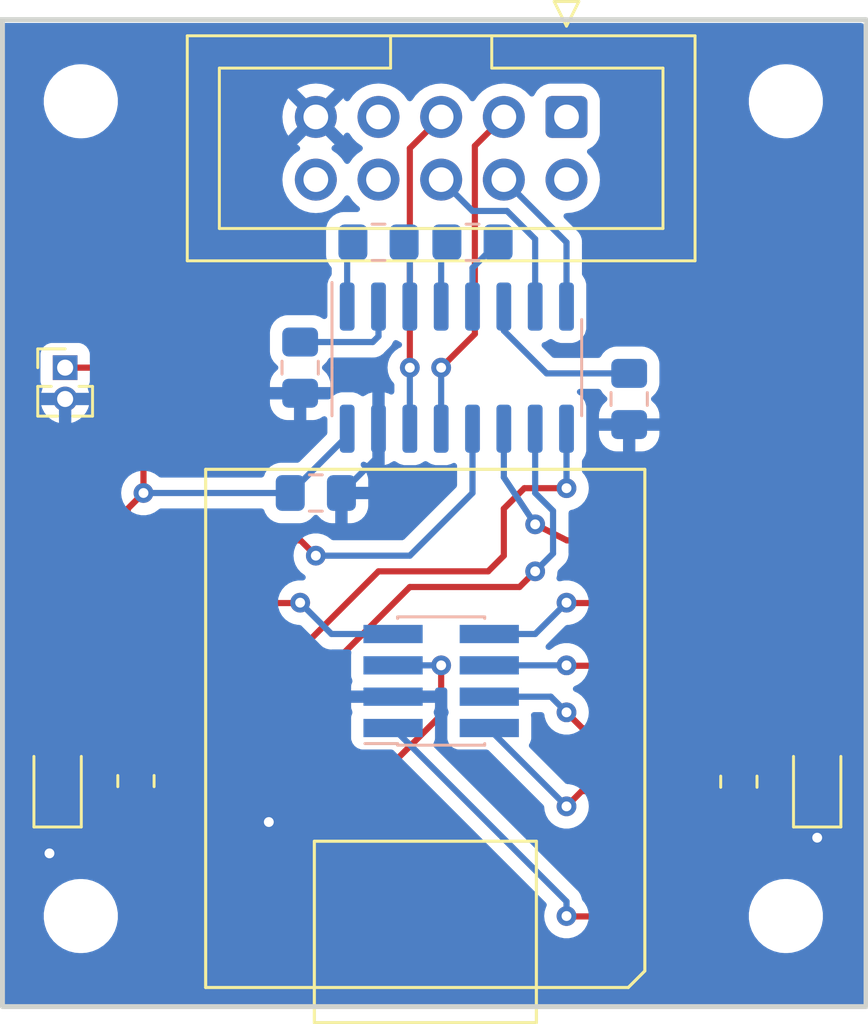
<source format=kicad_pcb>
(kicad_pcb (version 20221018) (generator pcbnew)
  (layers (0 "F.Cu" signal) (31 "B.Cu" signal) (34 "B.Paste" user) (35 "F.Paste" user) (36 "B.SilkS" user "B.Silkscreen") (37 "F.SilkS" user "F.Silkscreen") (38 "B.Mask" user) (39 "F.Mask" user) (44 "Edge.Cuts" user))
  (net 0 "")
  (net 1 "Net-(U2-C1+)")
  (net 2 "Net-(U2-C1-)")
  (net 3 "Net-(U2-C2+)")
  (net 4 "Net-(U2-C2-)")
  (net 5 "Net-(U2-VS+)")
  (net 6 "GND")
  (net 7 "Net-(U2-VS-)")
  (net 8 "+5V")
  (net 9 "Net-(D1-A)")
  (net 10 "Net-(D2-A)")
  (net 13 "RS232_RX_IN")
  (net 14 "RS232_RTS_OUT")
  (net 15 "RS232_TX_OUT")
  (net 16 "RS232_CTS_OUT")
  (net 20 "PA10")
  (net 21 "PA11")
  (net 22 "PA8")
  (net 23 "PA9")
  (net 24 "+3V3")
  (net 25 "PA7")
  (net 26 "PA2")
  (net 27 "Net-(U1-PA4_A1_D1)")
  (net 28 "SERIAL_TX")
  (net 29 "SERIAL_RX")
  (net 30 "SERIAL_RTS")
  (net 31 "SERIAL_CTS")
  (footprint "MountingHole:MountingHole_2.5mm" (layer "F.Cu") (at 158.75 100.33)
    (fp_text reference "H3" hide)
    (fp_text value "MountingHole" hide)
    (pad "" np_thru_hole circle (at 0 0) (size 2.5 2.5) (drill 2.5) (layers "*.Cu" "*.Mask"))
  )
  (footprint "Resistor_SMD:R_0805_2012Metric_Pad1.20x1.40mm_HandSolder" (layer "F.Cu") (at 132.41 94.86 90)
    (fp_text reference "R1" hide)
    (fp_text value "1k" hide)
    (fp_line (start -0.227064 -0.735) (end 0.227064 -0.735) (stroke (width 0.12)) (layer "F.SilkS"))
    (fp_line (start -0.227064 0.735) (end 0.227064 0.735) (stroke (width 0.12)) (layer "F.SilkS"))
    (pad "1" smd roundrect (at -1 0 90) (size 1.2 1.4) (layers "F.Cu" "F.Paste" "F.Mask") (roundrect_rratio 0.208333) (net 8 "+5V"))
    (pad "2" smd roundrect (at 1 0 90) (size 1.2 1.4) (layers "F.Cu" "F.Paste" "F.Mask") (roundrect_rratio 0.208333) (net 9 "Net-(D1-A)"))
  )
  (footprint "LED_SMD:LED_0805_2012Metric_Pad1.15x1.40mm_HandSolder" (layer "F.Cu") (at 129.235 94.86 90)
    (fp_text reference "D1" hide)
    (fp_text value "LED" hide)
    (fp_line (start -1.86 -0.96) (end -1.86 0.96) (stroke (width 0.12)) (layer "F.SilkS"))
    (fp_line (start -1.86 0.96) (end 1 0.96) (stroke (width 0.12)) (layer "F.SilkS"))
    (fp_line (start 1 -0.96) (end -1.86 -0.96) (stroke (width 0.12)) (layer "F.SilkS"))
    (pad "1" smd roundrect (at -1.025 0 90) (size 1.15 1.4) (layers "F.Cu" "F.Paste" "F.Mask") (roundrect_rratio 0.217391) (net 6 "GND"))
    (pad "2" smd roundrect (at 1.025 0 90) (size 1.15 1.4) (layers "F.Cu" "F.Paste" "F.Mask") (roundrect_rratio 0.217391) (net 9 "Net-(D1-A)"))
  )
  (footprint "LED_SMD:LED_0805_2012Metric_Pad1.15x1.40mm_HandSolder" (layer "F.Cu") (at 160.02 94.86 90)
    (fp_text reference "D2" hide)
    (fp_text value "LED" hide)
    (fp_line (start -1.86 -0.96) (end -1.86 0.96) (stroke (width 0.12)) (layer "F.SilkS"))
    (fp_line (start -1.86 0.96) (end 1 0.96) (stroke (width 0.12)) (layer "F.SilkS"))
    (fp_line (start 1 -0.96) (end -1.86 -0.96) (stroke (width 0.12)) (layer "F.SilkS"))
    (pad "1" smd roundrect (at -1.025 0 90) (size 1.15 1.4) (layers "F.Cu" "F.Paste" "F.Mask") (roundrect_rratio 0.217391) (net 6 "GND"))
    (pad "2" smd roundrect (at 1.025 0 90) (size 1.15 1.4) (layers "F.Cu" "F.Paste" "F.Mask") (roundrect_rratio 0.217391) (net 10 "Net-(D2-A)"))
  )
  (footprint "xiao ESP32C3_PCB:MOUDLE14P-SMD-2.54-21X17.8MM" (layer "F.Cu") (at 153.035 82.22575 180)
    (fp_text reference "U1" hide)
    (fp_text value "MOUDLE-SEEEDUINO-XIAO-ESP32C3" hide)
    (fp_line (start 0 -20.3285) (end 0 0) (stroke (width 0.127)) (layer "F.SilkS"))
    (fp_line (start 0 0) (end 17.8 0) (stroke (width 0.127)) (layer "F.SilkS"))
    (fp_line (start 0.671541 -21) (end 0 -20.3285) (stroke (width 0.127)) (layer "F.SilkS"))
    (fp_line (start 4.396 -15.072) (end 4.396 -22.425) (stroke (width 0.127)) (layer "F.SilkS"))
    (fp_line (start 4.4 -22.424) (end 13.395 -22.424) (stroke (width 0.127)) (layer "F.SilkS"))
    (fp_line (start 13.395 -22.424) (end 13.395 -15.072) (stroke (width 0.127)) (layer "F.SilkS"))
    (fp_line (start 13.395 -15.072) (end 4.396 -15.072) (stroke (width 0.127)) (layer "F.SilkS"))
    (fp_line (start 17.8 -21) (end 0.671541 -21) (stroke (width 0.127)) (layer "F.SilkS"))
    (fp_line (start 17.8 0) (end 17.8 -21) (stroke (width 0.127)) (layer "F.SilkS"))
    (pad "1" smd roundrect (at 0.835 -18.12 180) (size 2.75 2) (layers "F.Cu" "F.Paste" "F.Mask") (roundrect_rratio 0.5) (net 26 "PA2"))
    (pad "2" smd roundrect (at 0.835 -15.58 180) (size 2.75 2) (layers "F.Cu" "F.Paste" "F.Mask") (roundrect_rratio 0.5) (net 27 "Net-(U1-PA4_A1_D1)"))
    (pad "3" smd roundrect (at 0.835 -13.04 180) (size 2.75 2) (layers "F.Cu" "F.Paste" "F.Mask") (roundrect_rratio 0.5) (net 20 "PA10"))
    (pad "4" smd roundrect (at 0.835 -10.5 180) (size 2.75 2) (layers "F.Cu" "F.Paste" "F.Mask") (roundrect_rratio 0.5) (net 21 "PA11"))
    (pad "5" smd roundrect (at 0.835 -7.96 180) (size 2.75 2) (layers "F.Cu" "F.Paste" "F.Mask") (roundrect_rratio 0.5) (net 22 "PA8"))
    (pad "6" smd roundrect (at 0.835 -5.42 180) (size 2.75 2) (layers "F.Cu" "F.Paste" "F.Mask") (roundrect_rratio 0.5) (net 23 "PA9"))
    (pad "7" smd roundrect (at 0.835 -2.88 180) (size 2.75 2) (layers "F.Cu" "F.Paste" "F.Mask") (roundrect_rratio 0.5) (net 28 "SERIAL_TX"))
    (pad "8" smd roundrect (at 17 -2.88 180) (size 2.75 2) (layers "F.Cu" "F.Paste" "F.Mask") (roundrect_rratio 0.5) (net 29 "SERIAL_RX"))
    (pad "9" smd roundrect (at 17 -5.42 180) (size 2.75 2) (layers "F.Cu" "F.Paste" "F.Mask") (roundrect_rratio 0.5) (net 25 "PA7"))
    (pad "10" smd roundrect (at 17 -7.96 180) (size 2.75 2) (layers "F.Cu" "F.Paste" "F.Mask") (roundrect_rratio 0.5) (net 30 "SERIAL_RTS"))
    (pad "11" smd roundrect (at 17 -10.5 180) (size 2.75 2) (layers "F.Cu" "F.Paste" "F.Mask") (roundrect_rratio 0.5) (net 31 "SERIAL_CTS"))
    (pad "12" smd roundrect (at 17 -13.04 180) (size 2.75 2) (layers "F.Cu" "F.Paste" "F.Mask") (roundrect_rratio 0.5) (net 24 "+3V3"))
    (pad "13" smd roundrect (at 17 -15.58 180) (size 2.75 2) (layers "F.Cu" "F.Paste" "F.Mask") (roundrect_rratio 0.5) (net 6 "GND"))
    (pad "14" smd roundrect (at 17 -18.12 180) (size 2.75 2) (layers "F.Cu" "F.Paste" "F.Mask") (roundrect_rratio 0.5) (net 8 "+5V"))
  )
  (footprint "MountingHole:MountingHole_2.5mm" (layer "F.Cu") (at 130.175 100.33)
    (fp_text reference "H4" hide)
    (fp_text value "MountingHole" hide)
    (pad "" np_thru_hole circle (at 0 0) (size 2.5 2.5) (drill 2.5) (layers "*.Cu" "*.Mask"))
  )
  (footprint "Connector_PinHeader_1.27mm:PinHeader_1x02_P1.27mm_Vertical" (layer "F.Cu") (at 129.54 78.105)
    (fp_text reference "J2" hide)
    (fp_text value "External-PWR" hide)
    (fp_line (start -1.11 -0.76) (end 0 -0.76) (stroke (width 0.12)) (layer "F.SilkS"))
    (fp_line (start -1.11 0) (end -1.11 -0.76) (stroke (width 0.12)) (layer "F.SilkS"))
    (fp_line (start -1.11 0.76) (end -1.11 1.965) (stroke (width 0.12)) (layer "F.SilkS"))
    (fp_line (start -1.11 0.76) (end -0.563471 0.76) (stroke (width 0.12)) (layer "F.SilkS"))
    (fp_line (start -1.11 1.965) (end -0.30753 1.965) (stroke (width 0.12)) (layer "F.SilkS"))
    (fp_line (start 0.30753 1.965) (end 1.11 1.965) (stroke (width 0.12)) (layer "F.SilkS"))
    (fp_line (start 0.563471 0.76) (end 1.11 0.76) (stroke (width 0.12)) (layer "F.SilkS"))
    (fp_line (start 1.11 0.76) (end 1.11 1.965) (stroke (width 0.12)) (layer "F.SilkS"))
    (pad "1" thru_hole rect (at 0 0) (size 1 1) (drill 0.65) (layers "*.Cu" "*.Mask") (net 8 "+5V"))
    (pad "2" thru_hole oval (at 0 1.27) (size 1 1) (drill 0.65) (layers "*.Cu" "*.Mask") (net 6 "GND"))
  )
  (footprint "Resistor_SMD:R_0805_2012Metric_Pad1.20x1.40mm_HandSolder" (layer "F.Cu") (at 156.845 94.885 -90)
    (fp_text reference "R2" hide)
    (fp_text value "1k" hide)
    (fp_line (start -0.227064 -0.735) (end 0.227064 -0.735) (stroke (width 0.12)) (layer "F.SilkS"))
    (fp_line (start -0.227064 0.735) (end 0.227064 0.735) (stroke (width 0.12)) (layer "F.SilkS"))
    (pad "1" smd roundrect (at -1 0 270) (size 1.2 1.4) (layers "F.Cu" "F.Paste" "F.Mask") (roundrect_rratio 0.208333) (net 10 "Net-(D2-A)"))
    (pad "2" smd roundrect (at 1 0 270) (size 1.2 1.4) (layers "F.Cu" "F.Paste" "F.Mask") (roundrect_rratio 0.208333) (net 27 "Net-(U1-PA4_A1_D1)"))
  )
  (footprint "MountingHole:MountingHole_2.5mm" (layer "F.Cu") (at 130.175 67.31)
    (fp_text reference "H2" hide)
    (fp_text value "MountingHole" hide)
    (pad "" np_thru_hole circle (at 0 0) (size 2.5 2.5) (drill 2.5) (layers "*.Cu" "*.Mask"))
  )
  (footprint "MountingHole:MountingHole_2.5mm" (layer "F.Cu") (at 158.75 67.31)
    (fp_text reference "H1" hide)
    (fp_text value "MountingHole" hide)
    (pad "" np_thru_hole circle (at 0 0) (size 2.5 2.5) (drill 2.5) (layers "*.Cu" "*.Mask"))
  )
  (footprint "Connector_IDC:IDC-Header_2x05_P2.54mm_Vertical" (layer "F.Cu") (at 149.86 67.945 -90)
    (fp_text reference "J1" hide)
    (fp_text value "RS232-Connector" hide)
    (fp_line (start -4.68 -0.5) (end -4.68 0.5) (stroke (width 0.12)) (layer "F.SilkS"))
    (fp_line (start -4.68 0.5) (end -3.68 0) (stroke (width 0.12)) (layer "F.SilkS"))
    (fp_line (start -3.68 0) (end -4.68 -0.5) (stroke (width 0.12)) (layer "F.SilkS"))
    (fp_line (start -3.29 -5.21) (end 5.83 -5.21) (stroke (width 0.12)) (layer "F.SilkS"))
    (fp_line (start -3.29 3.03) (end -1.98 3.03) (stroke (width 0.12)) (layer "F.SilkS"))
    (fp_line (start -3.29 15.37) (end -3.29 -5.21) (stroke (width 0.12)) (layer "F.SilkS"))
    (fp_line (start -1.98 -3.91) (end 4.52 -3.91) (stroke (width 0.12)) (layer "F.SilkS"))
    (fp_line (start -1.98 3.03) (end -1.98 -3.91) (stroke (width 0.12)) (layer "F.SilkS"))
    (fp_line (start -1.98 7.13) (end -3.29 7.13) (stroke (width 0.12)) (layer "F.SilkS"))
    (fp_line (start -1.98 7.13) (end -1.98 7.13) (stroke (width 0.12)) (layer "F.SilkS"))
    (fp_line (start -1.98 14.07) (end -1.98 7.13) (stroke (width 0.12)) (layer "F.SilkS"))
    (fp_line (start 4.52 -3.91) (end 4.52 14.07) (stroke (width 0.12)) (layer "F.SilkS"))
    (fp_line (start 4.52 14.07) (end -1.98 14.07) (stroke (width 0.12)) (layer "F.SilkS"))
    (fp_line (start 5.83 -5.21) (end 5.83 15.37) (stroke (width 0.12)) (layer "F.SilkS"))
    (fp_line (start 5.83 15.37) (end -3.29 15.37) (stroke (width 0.12)) (layer "F.SilkS"))
    (pad "1" thru_hole roundrect (at 0 0 270) (size 1.7 1.7) (drill 1) (layers "*.Cu" "*.Mask") (roundrect_rratio 0.147059))
    (pad "2" thru_hole circle (at 2.54 0 270) (size 1.7 1.7) (drill 1) (layers "*.Cu" "*.Mask"))
    (pad "3" thru_hole circle (at 0 2.54 270) (size 1.7 1.7) (drill 1) (layers "*.Cu" "*.Mask") (net 13 "RS232_RX_IN"))
    (pad "4" thru_hole circle (at 2.54 2.54 270) (size 1.7 1.7) (drill 1) (layers "*.Cu" "*.Mask") (net 14 "RS232_RTS_OUT"))
    (pad "5" thru_hole circle (at 0 5.08 270) (size 1.7 1.7) (drill 1) (layers "*.Cu" "*.Mask") (net 15 "RS232_TX_OUT"))
    (pad "6" thru_hole circle (at 2.54 5.08 270) (size 1.7 1.7) (drill 1) (layers "*.Cu" "*.Mask") (net 16 "RS232_CTS_OUT"))
    (pad "7" thru_hole circle (at 0 7.62 270) (size 1.7 1.7) (drill 1) (layers "*.Cu" "*.Mask"))
    (pad "8" thru_hole circle (at 2.54 7.62 270) (size 1.7 1.7) (drill 1) (layers "*.Cu" "*.Mask"))
    (pad "9" thru_hole circle (at 0 10.16 270) (size 1.7 1.7) (drill 1) (layers "*.Cu" "*.Mask") (net 6 "GND"))
    (pad "10" thru_hole circle (at 2.54 10.16 270) (size 1.7 1.7) (drill 1) (layers "*.Cu" "*.Mask"))
  )
  (footprint "Connector_PinHeader_1.27mm:PinHeader_2x04_P1.27mm_Vertical_SMD" (layer "B.Cu") (at 144.78 90.805)
    (fp_text reference "J3" hide)
    (fp_text value "Spare IO" hide)
    (fp_line (start -3.09 2.535) (end -1.765 2.535) (stroke (width 0.12)) (layer "B.SilkS"))
    (fp_line (start -1.765 -2.6) (end 1.765 -2.6) (stroke (width 0.12)) (layer "B.SilkS"))
    (fp_line (start -1.765 -2.535) (end -1.765 -2.6) (stroke (width 0.12)) (layer "B.SilkS"))
    (fp_line (start -1.765 2.6) (end -1.765 2.535) (stroke (width 0.12)) (layer "B.SilkS"))
    (fp_line (start -1.765 2.6) (end 1.765 2.6) (stroke (width 0.12)) (layer "B.SilkS"))
    (fp_line (start 1.765 -2.535) (end 1.765 -2.6) (stroke (width 0.12)) (layer "B.SilkS"))
    (fp_line (start 1.765 2.6) (end 1.765 2.535) (stroke (width 0.12)) (layer "B.SilkS"))
    (pad "1" smd rect (at -1.95 1.905) (size 2.4 0.74) (layers "B.Cu" "B.Paste" "B.Mask") (net 26 "PA2"))
    (pad "2" smd rect (at 1.95 1.905) (size 2.4 0.74) (layers "B.Cu" "B.Paste" "B.Mask") (net 20 "PA10"))
    (pad "3" smd rect (at -1.95 0.635) (size 2.4 0.74) (layers "B.Cu" "B.Paste" "B.Mask") (net 6 "GND"))
    (pad "4" smd rect (at 1.95 0.635) (size 2.4 0.74) (layers "B.Cu" "B.Paste" "B.Mask") (net 21 "PA11"))
    (pad "5" smd rect (at -1.95 -0.635) (size 2.4 0.74) (layers "B.Cu" "B.Paste" "B.Mask") (net 24 "+3V3"))
    (pad "6" smd rect (at 1.95 -0.635) (size 2.4 0.74) (layers "B.Cu" "B.Paste" "B.Mask") (net 22 "PA8"))
    (pad "7" smd rect (at -1.95 -1.905) (size 2.4 0.74) (layers "B.Cu" "B.Paste" "B.Mask") (net 25 "PA7"))
    (pad "8" smd rect (at 1.95 -1.905) (size 2.4 0.74) (layers "B.Cu" "B.Paste" "B.Mask") (net 23 "PA9"))
  )
  (footprint "Capacitor_SMD:C_0805_2012Metric_Pad1.18x1.45mm_HandSolder" (layer "B.Cu") (at 139.7 83.185)
    (fp_text reference "C5" hide)
    (fp_text value "0.1uF" hide)
    (fp_line (start -0.261252 -0.735) (end 0.261252 -0.735) (stroke (width 0.12)) (layer "B.SilkS"))
    (fp_line (start -0.261252 0.735) (end 0.261252 0.735) (stroke (width 0.12)) (layer "B.SilkS"))
    (pad "1" smd roundrect (at -1.0375 0) (size 1.175 1.45) (layers "B.Cu" "B.Paste" "B.Mask") (roundrect_rratio 0.212766) (net 8 "+5V"))
    (pad "2" smd roundrect (at 1.0375 0) (size 1.175 1.45) (layers "B.Cu" "B.Paste" "B.Mask") (roundrect_rratio 0.212766) (net 6 "GND"))
  )
  (footprint "Capacitor_SMD:C_0805_2012Metric_Pad1.18x1.45mm_HandSolder" (layer "B.Cu") (at 146.05 73.025)
    (fp_text reference "C2" hide)
    (fp_text value "0.1uF" hide)
    (fp_line (start -0.261252 -0.735) (end 0.261252 -0.735) (stroke (width 0.12)) (layer "B.SilkS"))
    (fp_line (start -0.261252 0.735) (end 0.261252 0.735) (stroke (width 0.12)) (layer "B.SilkS"))
    (pad "1" smd roundrect (at -1.0375 0) (size 1.175 1.45) (layers "B.Cu" "B.Paste" "B.Mask") (roundrect_rratio 0.212766) (net 3 "Net-(U2-C2+)"))
    (pad "2" smd roundrect (at 1.0375 0) (size 1.175 1.45) (layers "B.Cu" "B.Paste" "B.Mask") (roundrect_rratio 0.212766) (net 4 "Net-(U2-C2-)"))
  )
  (footprint "Capacitor_SMD:C_0805_2012Metric_Pad1.18x1.45mm_HandSolder" (layer "B.Cu") (at 152.4 79.375 -90)
    (fp_text reference "C4" hide)
    (fp_text value "0.1uF" hide)
    (fp_line (start -0.261252 -0.735) (end 0.261252 -0.735) (stroke (width 0.12)) (layer "B.SilkS"))
    (fp_line (start -0.261252 0.735) (end 0.261252 0.735) (stroke (width 0.12)) (layer "B.SilkS"))
    (pad "1" smd roundrect (at -1.0375 0 270) (size 1.175 1.45) (layers "B.Cu" "B.Paste" "B.Mask") (roundrect_rratio 0.212766) (net 7 "Net-(U2-VS-)"))
    (pad "2" smd roundrect (at 1.0375 0 270) (size 1.175 1.45) (layers "B.Cu" "B.Paste" "B.Mask") (roundrect_rratio 0.212766) (net 6 "GND"))
  )
  (footprint "Capacitor_SMD:C_0805_2012Metric_Pad1.18x1.45mm_HandSolder" (layer "B.Cu") (at 139.065 78.105 -90)
    (fp_text reference "C3" hide)
    (fp_text value "0.1uF" hide)
    (fp_line (start -0.261252 -0.735) (end 0.261252 -0.735) (stroke (width 0.12)) (layer "B.SilkS"))
    (fp_line (start -0.261252 0.735) (end 0.261252 0.735) (stroke (width 0.12)) (layer "B.SilkS"))
    (pad "1" smd roundrect (at -1.0375 0 270) (size 1.175 1.45) (layers "B.Cu" "B.Paste" "B.Mask") (roundrect_rratio 0.212766) (net 5 "Net-(U2-VS+)"))
    (pad "2" smd roundrect (at 1.0375 0 270) (size 1.175 1.45) (layers "B.Cu" "B.Paste" "B.Mask") (roundrect_rratio 0.212766) (net 6 "GND"))
  )
  (footprint "Package_SO:SOIC-16_3.9x9.9mm_P1.27mm" (layer "B.Cu") (at 145.415 78.105 -90)
    (fp_text reference "U2" hide)
    (fp_text value "MAX3232" hide)
    (fp_line (start 0 -5.06) (end -1.95 -5.06) (stroke (width 0.12)) (layer "B.SilkS"))
    (fp_line (start 0 -5.06) (end 1.95 -5.06) (stroke (width 0.12)) (layer "B.SilkS"))
    (fp_line (start 0 5.06) (end -3.45 5.06) (stroke (width 0.12)) (layer "B.SilkS"))
    (fp_line (start 0 5.06) (end 1.95 5.06) (stroke (width 0.12)) (layer "B.SilkS"))
    (pad "1" smd roundrect (at -2.475 4.445 270) (size 1.95 0.6) (layers "B.Cu" "B.Paste" "B.Mask") (net 1 "Net-(U2-C1+)"))
    (pad "2" smd roundrect (at -2.475 3.175 270) (size 1.95 0.6) (layers "B.Cu" "B.Paste" "B.Mask") (net 5 "Net-(U2-VS+)"))
    (pad "3" smd roundrect (at -2.475 1.905 270) (size 1.95 0.6) (layers "B.Cu" "B.Paste" "B.Mask") (net 2 "Net-(U2-C1-)"))
    (pad "4" smd roundrect (at -2.475 0.635 270) (size 1.95 0.6) (layers "B.Cu" "B.Paste" "B.Mask") (net 3 "Net-(U2-C2+)"))
    (pad "5" smd roundrect (at -2.475 -0.635 270) (size 1.95 0.6) (layers "B.Cu" "B.Paste" "B.Mask") (net 4 "Net-(U2-C2-)"))
    (pad "6" smd roundrect (at -2.475 -1.905 270) (size 1.95 0.6) (layers "B.Cu" "B.Paste" "B.Mask") (net 7 "Net-(U2-VS-)"))
    (pad "7" smd roundrect (at -2.475 -3.175 270) (size 1.95 0.6) (layers "B.Cu" "B.Paste" "B.Mask") (net 16 "RS232_CTS_OUT"))
    (pad "8" smd roundrect (at -2.475 -4.445 270) (size 1.95 0.6) (layers "B.Cu" "B.Paste" "B.Mask") (net 14 "RS232_RTS_OUT"))
    (pad "9" smd roundrect (at 2.475 -4.445 270) (size 1.95 0.6) (layers "B.Cu" "B.Paste" "B.Mask") (net 30 "SERIAL_RTS"))
    (pad "10" smd roundrect (at 2.475 -3.175 270) (size 1.95 0.6) (layers "B.Cu" "B.Paste" "B.Mask") (net 31 "SERIAL_CTS"))
    (pad "11" smd roundrect (at 2.475 -1.905 270) (size 1.95 0.6) (layers "B.Cu" "B.Paste" "B.Mask") (net 28 "SERIAL_TX"))
    (pad "12" smd roundrect (at 2.475 -0.635 270) (size 1.95 0.6) (layers "B.Cu" "B.Paste" "B.Mask") (net 29 "SERIAL_RX"))
    (pad "13" smd roundrect (at 2.475 0.635 270) (size 1.95 0.6) (layers "B.Cu" "B.Paste" "B.Mask") (net 13 "RS232_RX_IN"))
    (pad "14" smd roundrect (at 2.475 1.905 270) (size 1.95 0.6) (layers "B.Cu" "B.Paste" "B.Mask") (net 15 "RS232_TX_OUT"))
    (pad "15" smd roundrect (at 2.475 3.175 270) (size 1.95 0.6) (layers "B.Cu" "B.Paste" "B.Mask") (net 6 "GND"))
    (pad "16" smd roundrect (at 2.475 4.445 270) (size 1.95 0.6) (layers "B.Cu" "B.Paste" "B.Mask") (net 8 "+5V"))
  )
  (footprint "Capacitor_SMD:C_0805_2012Metric_Pad1.18x1.45mm_HandSolder" (layer "B.Cu") (at 142.24 73.025)
    (fp_text reference "C1" hide)
    (fp_text value "0.1uF" hide)
    (fp_line (start -0.261252 -0.735) (end 0.261252 -0.735) (stroke (width 0.12)) (layer "B.SilkS"))
    (fp_line (start -0.261252 0.735) (end 0.261252 0.735) (stroke (width 0.12)) (layer "B.SilkS"))
    (pad "1" smd roundrect (at -1.0375 0) (size 1.175 1.45) (layers "B.Cu" "B.Paste" "B.Mask") (roundrect_rratio 0.212766) (net 1 "Net-(U2-C1+)"))
    (pad "2" smd roundrect (at 1.0375 0) (size 1.175 1.45) (layers "B.Cu" "B.Paste" "B.Mask") (roundrect_rratio 0.212766) (net 2 "Net-(U2-C1-)"))
  )
  (gr_rect locked (start 127 64) (end 162 104) (stroke (width 0.2)) (fill none) (layer "Edge.Cuts"))
  (segment (start 140.97 73.2575) (end 141.2025 73.025) (width 0.25) (layer "B.Cu") (net 1))
  (segment (start 140.97 75.63) (end 140.97 73.2575) (width 0.25) (layer "B.Cu") (net 1))
  (segment (start 143.51 75.63) (end 143.51 73.2575) (width 0.25) (layer "B.Cu") (net 2))
  (segment (start 143.51 73.2575) (end 143.2775 73.025) (width 0.25) (layer "B.Cu") (net 2))
  (segment (start 144.78 75.63) (end 144.78 73.2575) (width 0.25) (layer "B.Cu") (net 3))
  (segment (start 144.78 73.2575) (end 145.0125 73.025) (width 0.25) (layer "B.Cu") (net 3))
  (segment (start 146.05 75.63) (end 146.05 74.0625) (width 0.25) (layer "B.Cu") (net 4))
  (segment (start 146.05 74.0625) (end 147.0875 73.025) (width 0.25) (layer "B.Cu") (net 4))
  (segment (start 139.065 77.0675) (end 142.0075 77.0675) (width 0.25) (layer "B.Cu") (net 5))
  (segment (start 142.24 76.835) (end 142.24 75.63) (width 0.25) (layer "B.Cu") (net 5))
  (segment (start 142.0075 77.0675) (end 142.24 76.835) (width 0.25) (layer "B.Cu") (net 5))
  (segment (start 129.235 95.885) (end 129.235 97.46) (width 0.25) (layer "F.Cu") (net 6))
  (segment (start 136.50925 97.80575) (end 137.795 96.52) (width 0.25) (layer "F.Cu") (net 6))
  (segment (start 129.235 97.46) (end 128.905 97.79) (width 0.25) (layer "F.Cu") (net 6))
  (segment (start 160.02 95.885) (end 160.02 97.155) (width 0.25) (layer "F.Cu") (net 6))
  (segment (start 136.035 97.80575) (end 136.50925 97.80575) (width 0.25) (layer "F.Cu") (net 6))
  (via (at 160.02 97.155) (size 0.8) (drill 0.4) (layers "F.Cu" "B.Cu") (net 6))
  (via (at 137.795 96.52) (size 0.8) (drill 0.4) (layers "F.Cu" "B.Cu") (net 6))
  (via (at 128.905 97.79) (size 0.8) (drill 0.4) (layers "F.Cu" "B.Cu") (net 6))
  (segment (start 142.24 80.58) (end 142.24 81.6825) (width 0.25) (layer "B.Cu") (net 6))
  (segment (start 142.24 81.6825) (end 140.7375 83.185) (width 0.25) (layer "B.Cu") (net 6))
  (segment (start 149.052501 78.3375) (end 147.32 76.604999) (width 0.25) (layer "B.Cu") (net 7))
  (segment (start 152.4 78.3375) (end 149.052501 78.3375) (width 0.25) (layer "B.Cu") (net 7))
  (segment (start 147.32 76.604999) (end 147.32 75.63) (width 0.25) (layer "B.Cu") (net 7))
  (segment (start 132.68 95.86) (end 132.41 95.86) (width 0.25) (layer "F.Cu") (net 8))
  (segment (start 132.41 95.86) (end 133.375 95.86) (width 0.25) (layer "F.Cu") (net 8))
  (segment (start 132.715 78.74) (end 132.08 78.105) (width 0.25) (layer "F.Cu") (net 8))
  (segment (start 132.41 96.72075) (end 132.41 95.86) (width 0.25) (layer "F.Cu") (net 8))
  (segment (start 133.985 95.25) (end 133.985 92.71) (width 0.25) (layer "F.Cu") (net 8))
  (segment (start 132.08 83.82) (end 132.715 83.185) (width 0.25) (layer "F.Cu") (net 8))
  (segment (start 133.985 92.71) (end 132.08 90.805) (width 0.25) (layer "F.Cu") (net 8))
  (segment (start 132.715 83.185) (end 132.715 78.74) (width 0.25) (layer "F.Cu") (net 8))
  (segment (start 132.08 90.805) (end 132.08 83.82) (width 0.25) (layer "F.Cu") (net 8))
  (segment (start 133.375 95.86) (end 133.985 95.25) (width 0.25) (layer "F.Cu") (net 8))
  (segment (start 136.035 100.34575) (end 132.41 96.72075) (width 0.25) (layer "F.Cu") (net 8))
  (segment (start 132.08 78.105) (end 129.54 78.105) (width 0.25) (layer "F.Cu") (net 8))
  (via (at 132.715 83.185) (size 0.8) (drill 0.4) (layers "F.Cu" "B.Cu") (net 8))
  (segment (start 138.6625 83.185) (end 132.715 83.185) (width 0.25) (layer "B.Cu") (net 8))
  (segment (start 140.97 80.58) (end 140.97 80.8775) (width 0.25) (layer "B.Cu") (net 8))
  (segment (start 138.6625 83.185) (end 138.6625 82.7825) (width 0.25) (layer "B.Cu") (net 8))
  (segment (start 140.97 80.8775) (end 138.6625 83.185) (width 0.25) (layer "B.Cu") (net 8))
  (segment (start 132.385 93.835) (end 132.41 93.86) (width 0.25) (layer "F.Cu") (net 9))
  (segment (start 129.235 93.835) (end 132.385 93.835) (width 0.25) (layer "F.Cu") (net 9))
  (segment (start 156.895 93.835) (end 156.845 93.885) (width 0.25) (layer "F.Cu") (net 10))
  (segment (start 160.02 93.835) (end 156.895 93.835) (width 0.25) (layer "F.Cu") (net 10))
  (segment (start 146.145 69.12) (end 147.32 67.945) (width 0.25) (layer "F.Cu") (net 13))
  (segment (start 144.78 78.105) (end 146.145 76.74) (width 0.25) (layer "F.Cu") (net 13))
  (segment (start 146.145 76.74) (end 146.145 69.12) (width 0.25) (layer "F.Cu") (net 13))
  (via (at 144.78 78.105) (size 0.8) (drill 0.4) (layers "F.Cu" "B.Cu") (net 13))
  (segment (start 144.78 80.58) (end 144.78 78.105) (width 0.25) (layer "B.Cu") (net 13))
  (segment (start 149.86 73.025) (end 147.32 70.485) (width 0.25) (layer "B.Cu") (net 14))
  (segment (start 149.86 75.63) (end 149.86 73.025) (width 0.25) (layer "B.Cu") (net 14))
  (segment (start 143.51 69.215) (end 144.78 67.945) (width 0.25) (layer "F.Cu") (net 15))
  (segment (start 143.51 78.105) (end 143.51 69.215) (width 0.25) (layer "F.Cu") (net 15))
  (via (at 143.51 78.105) (size 0.8) (drill 0.4) (layers "F.Cu" "B.Cu") (net 15))
  (segment (start 143.51 80.58) (end 143.51 78.105) (width 0.25) (layer "B.Cu") (net 15))
  (segment (start 148.59 75.63) (end 148.59 72.8949) (width 0.25) (layer "B.Cu") (net 16))
  (segment (start 146.05 71.755) (end 144.78 70.485) (width 0.25) (layer "B.Cu") (net 16))
  (segment (start 147.4501 71.755) (end 146.05 71.755) (width 0.25) (layer "B.Cu") (net 16))
  (segment (start 148.59 72.8949) (end 147.4501 71.755) (width 0.25) (layer "B.Cu") (net 16))
  (segment (start 152.2 95.26575) (end 150.47925 95.26575) (width 0.25) (layer "F.Cu") (net 20))
  (segment (start 150.47925 95.26575) (end 149.86 95.885) (width 0.25) (layer "F.Cu") (net 20))
  (via (at 149.86 95.885) (size 0.8) (drill 0.4) (layers "F.Cu" "B.Cu") (net 20))
  (segment (start 146.73 92.755) (end 146.73 92.71) (width 0.25) (layer "B.Cu") (net 20))
  (segment (start 149.86 95.885) (end 146.73 92.755) (width 0.25) (layer "B.Cu") (net 20))
  (segment (start 150.51075 92.72575) (end 149.86 92.075) (width 0.25) (layer "F.Cu") (net 21))
  (segment (start 152.2 92.72575) (end 150.51075 92.72575) (width 0.25) (layer "F.Cu") (net 21))
  (via (at 149.86 92.075) (size 0.8) (drill 0.4) (layers "F.Cu" "B.Cu") (net 21))
  (segment (start 149.86 92.075) (end 149.225 91.44) (width 0.25) (layer "B.Cu") (net 21))
  (segment (start 149.225 91.44) (end 146.73 91.44) (width 0.25) (layer "B.Cu") (net 21))
  (segment (start 149.87575 90.18575) (end 149.86 90.17) (width 0.25) (layer "F.Cu") (net 22))
  (segment (start 152.2 90.18575) (end 149.87575 90.18575) (width 0.25) (layer "F.Cu") (net 22))
  (via (at 149.86 90.17) (size 0.8) (drill 0.4) (layers "F.Cu" "B.Cu") (net 22))
  (segment (start 146.73 90.17) (end 149.86 90.17) (width 0.25) (layer "B.Cu") (net 22))
  (segment (start 152.2 87.64575) (end 149.87575 87.64575) (width 0.25) (layer "F.Cu") (net 23))
  (segment (start 149.87575 87.64575) (end 149.86 87.63) (width 0.25) (layer "F.Cu") (net 23))
  (via (at 149.86 87.63) (size 0.8) (drill 0.4) (layers "F.Cu" "B.Cu") (net 23))
  (segment (start 149.86 87.63) (end 148.59 88.9) (width 0.25) (layer "B.Cu") (net 23))
  (segment (start 148.59 88.9) (end 146.73 88.9) (width 0.25) (layer "B.Cu") (net 23))
  (segment (start 144.78 90.17) (end 144.78 92.181528) (width 0.25) (layer "F.Cu") (net 24))
  (segment (start 141.695778 95.26575) (end 136.035 95.26575) (width 0.25) (layer "F.Cu") (net 24))
  (segment (start 144.78 92.181528) (end 141.695778 95.26575) (width 0.25) (layer "F.Cu") (net 24))
  (via (at 144.78 90.17) (size 0.8) (drill 0.4) (layers "F.Cu" "B.Cu") (net 24))
  (segment (start 144.78 90.17) (end 142.83 90.17) (width 0.25) (layer "B.Cu") (net 24))
  (segment (start 139.04925 87.64575) (end 139.065 87.63) (width 0.25) (layer "F.Cu") (net 25))
  (segment (start 136.035 87.64575) (end 139.04925 87.64575) (width 0.25) (layer "F.Cu") (net 25))
  (via (at 139.065 87.63) (size 0.8) (drill 0.4) (layers "F.Cu" "B.Cu") (net 25))
  (segment (start 140.335 88.9) (end 142.83 88.9) (width 0.25) (layer "B.Cu") (net 25))
  (segment (start 139.065 87.63) (end 140.335 88.9) (width 0.25) (layer "B.Cu") (net 25))
  (segment (start 152.2 100.34575) (end 149.87575 100.34575) (width 0.25) (layer "F.Cu") (net 26))
  (segment (start 149.87575 100.34575) (end 149.86 100.33) (width 0.25) (layer "F.Cu") (net 26))
  (via (at 149.86 100.33) (size 0.8) (drill 0.4) (layers "F.Cu" "B.Cu") (net 26))
  (segment (start 149.86 99.74) (end 142.83 92.71) (width 0.25) (layer "B.Cu") (net 26))
  (segment (start 149.86 100.33) (end 149.86 99.74) (width 0.25) (layer "B.Cu") (net 26))
  (segment (start 154.92425 97.80575) (end 156.845 95.885) (width 0.25) (layer "F.Cu") (net 27))
  (segment (start 152.2 97.80575) (end 154.92425 97.80575) (width 0.25) (layer "F.Cu") (net 27))
  (segment (start 148.59 84.455) (end 149.87575 85.10575) (width 0.25) (layer "F.Cu") (net 28))
  (segment (start 149.87575 85.10575) (end 152.2 85.10575) (width 0.25) (layer "F.Cu") (net 28))
  (via (at 148.59 84.455) (size 0.8) (drill 0.4) (layers "F.Cu" "B.Cu") (net 28))
  (segment (start 148.59 84.455) (end 147.32 82.55) (width 0.25) (layer "B.Cu") (net 28))
  (segment (start 147.32 82.55) (end 147.32 80.58) (width 0.25) (layer "B.Cu") (net 28))
  (segment (start 139.08075 85.10575) (end 136.035 85.10575) (width 0.25) (layer "F.Cu") (net 29))
  (segment (start 139.7 85.725) (end 139.08075 85.10575) (width 0.25) (layer "F.Cu") (net 29))
  (via (at 139.7 85.725) (size 0.8) (drill 0.4) (layers "F.Cu" "B.Cu") (net 29))
  (segment (start 139.7 85.725) (end 143.51 85.725) (width 0.25) (layer "B.Cu") (net 29))
  (segment (start 143.51 85.725) (end 146.05 83.185) (width 0.25) (layer "B.Cu") (net 29))
  (segment (start 146.05 83.185) (end 146.05 80.58) (width 0.25) (layer "B.Cu") (net 29))
  (segment (start 149.665201 83.185) (end 149.86 82.990201) (width 0.25) (layer "F.Cu") (net 30))
  (segment (start 138.41425 90.18575) (end 142.24 86.36) (width 0.25) (layer "F.Cu") (net 30))
  (segment (start 148.149799 82.990201) (end 149.86 82.990201) (width 0.25) (layer "F.Cu") (net 30))
  (segment (start 142.24 86.36) (end 146.685 86.36) (width 0.25) (layer "F.Cu") (net 30))
  (segment (start 149.86 83.185) (end 149.86 82.990201) (width 0.25) (layer "F.Cu") (net 30))
  (segment (start 147.32 83.82) (end 148.149799 82.990201) (width 0.25) (layer "F.Cu") (net 30))
  (segment (start 147.32 85.725) (end 147.32 83.82) (width 0.25) (layer "F.Cu") (net 30))
  (segment (start 136.035 90.18575) (end 138.41425 90.18575) (width 0.25) (layer "F.Cu") (net 30))
  (segment (start 146.685 86.36) (end 147.32 85.725) (width 0.25) (layer "F.Cu") (net 30))
  (via (at 149.86 82.990201) (size 0.8) (drill 0.4) (layers "F.Cu" "B.Cu") (net 30))
  (segment (start 149.86 82.990201) (end 149.86 80.58) (width 0.25) (layer "B.Cu") (net 30))
  (segment (start 136.035 92.72575) (end 137.77925 92.72575) (width 0.25) (layer "F.Cu") (net 31))
  (segment (start 147.955 86.995) (end 148.59 86.36) (width 0.25) (layer "F.Cu") (net 31))
  (segment (start 143.51 86.995) (end 147.955 86.995) (width 0.25) (layer "F.Cu") (net 31))
  (segment (start 137.77925 92.72575) (end 143.51 86.995) (width 0.25) (layer "F.Cu") (net 31))
  (via (at 148.59 86.36) (size 0.8) (drill 0.4) (layers "F.Cu" "B.Cu") (net 31))
  (segment (start 149.315 83.91) (end 148.59 83.185) (width 0.25) (layer "B.Cu") (net 31))
  (segment (start 149.315 85.635) (end 149.315 83.91) (width 0.25) (layer "B.Cu") (net 31))
  (segment (start 148.59 83.185) (end 148.59 80.58) (width 0.25) (layer "B.Cu") (net 31))
  (segment (start 148.59 86.36) (end 149.315 85.635) (width 0.25) (layer "B.Cu") (net 31))
  (zone (net 6) (net_name "GND") (layer "B.Cu") (connect_pads (clearance 0.5)) (min_thickness 0.25) (fill yes (thermal_gap 0.5) (thermal_bridge_width 0.5))
    (polygon (pts (xy 127 64.135) (xy 161.925 64.135) (xy 161.925 104.14) (xy 127 104.14)))
  )
)
</source>
